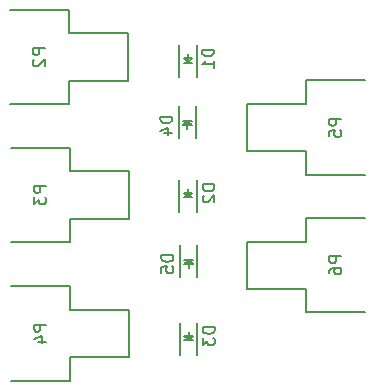
<source format=gbo>
G04 #@! TF.FileFunction,Legend,Bot*
%FSLAX46Y46*%
G04 Gerber Fmt 4.6, Leading zero omitted, Abs format (unit mm)*
G04 Created by KiCad (PCBNEW 4.0.1-stable) date 3/12/2016 12:27:59 PM*
%MOMM*%
G01*
G04 APERTURE LIST*
%ADD10C,0.100000*%
%ADD11C,0.150000*%
G04 APERTURE END LIST*
D10*
D11*
X105803000Y-96062600D02*
X105803000Y-93362600D01*
X107303000Y-96062600D02*
X107303000Y-93362600D01*
X106403000Y-94562600D02*
X106653000Y-94562600D01*
X106653000Y-94562600D02*
X106503000Y-94712600D01*
X106903000Y-94812600D02*
X106203000Y-94812600D01*
X106553000Y-94462600D02*
X106553000Y-94112600D01*
X106553000Y-94812600D02*
X106903000Y-94462600D01*
X106903000Y-94462600D02*
X106203000Y-94462600D01*
X106203000Y-94462600D02*
X106553000Y-94812600D01*
X105853800Y-107467200D02*
X105853800Y-104767200D01*
X107353800Y-107467200D02*
X107353800Y-104767200D01*
X106453800Y-105967200D02*
X106703800Y-105967200D01*
X106703800Y-105967200D02*
X106553800Y-106117200D01*
X106953800Y-106217200D02*
X106253800Y-106217200D01*
X106603800Y-105867200D02*
X106603800Y-105517200D01*
X106603800Y-106217200D02*
X106953800Y-105867200D01*
X106953800Y-105867200D02*
X106253800Y-105867200D01*
X106253800Y-105867200D02*
X106603800Y-106217200D01*
X105879200Y-119557600D02*
X105879200Y-116857600D01*
X107379200Y-119557600D02*
X107379200Y-116857600D01*
X106479200Y-118057600D02*
X106729200Y-118057600D01*
X106729200Y-118057600D02*
X106579200Y-118207600D01*
X106979200Y-118307600D02*
X106279200Y-118307600D01*
X106629200Y-117957600D02*
X106629200Y-117607600D01*
X106629200Y-118307600D02*
X106979200Y-117957600D01*
X106979200Y-117957600D02*
X106279200Y-117957600D01*
X106279200Y-117957600D02*
X106629200Y-118307600D01*
X107277600Y-98526800D02*
X107277600Y-101226800D01*
X105777600Y-98526800D02*
X105777600Y-101226800D01*
X106677600Y-100026800D02*
X106427600Y-100026800D01*
X106427600Y-100026800D02*
X106577600Y-99876800D01*
X106177600Y-99776800D02*
X106877600Y-99776800D01*
X106527600Y-100126800D02*
X106527600Y-100476800D01*
X106527600Y-99776800D02*
X106177600Y-100126800D01*
X106177600Y-100126800D02*
X106877600Y-100126800D01*
X106877600Y-100126800D02*
X106527600Y-99776800D01*
X107379200Y-110261600D02*
X107379200Y-112961600D01*
X105879200Y-110261600D02*
X105879200Y-112961600D01*
X106779200Y-111761600D02*
X106529200Y-111761600D01*
X106529200Y-111761600D02*
X106679200Y-111611600D01*
X106279200Y-111511600D02*
X106979200Y-111511600D01*
X106629200Y-111861600D02*
X106629200Y-112211600D01*
X106629200Y-111511600D02*
X106279200Y-111861600D01*
X106279200Y-111861600D02*
X106979200Y-111861600D01*
X106979200Y-111861600D02*
X106629200Y-111511600D01*
X96493000Y-98341000D02*
X91493000Y-98341000D01*
X96493000Y-96341000D02*
X96493000Y-98341000D01*
X101493000Y-96341000D02*
X96493000Y-96341000D01*
X101493000Y-92341000D02*
X101493000Y-96341000D01*
X96493000Y-92341000D02*
X101493000Y-92341000D01*
X96493000Y-91841000D02*
X96493000Y-92341000D01*
X96493000Y-90341000D02*
X96493000Y-91841000D01*
X91493000Y-90341000D02*
X96493000Y-90341000D01*
X96602800Y-110019600D02*
X91602800Y-110019600D01*
X96602800Y-108019600D02*
X96602800Y-110019600D01*
X101602800Y-108019600D02*
X96602800Y-108019600D01*
X101602800Y-104019600D02*
X101602800Y-108019600D01*
X96602800Y-104019600D02*
X101602800Y-104019600D01*
X96602800Y-103519600D02*
X96602800Y-104019600D01*
X96602800Y-102019600D02*
X96602800Y-103519600D01*
X91602800Y-102019600D02*
X96602800Y-102019600D01*
X96602800Y-121754400D02*
X91602800Y-121754400D01*
X96602800Y-119754400D02*
X96602800Y-121754400D01*
X101602800Y-119754400D02*
X96602800Y-119754400D01*
X101602800Y-115754400D02*
X101602800Y-119754400D01*
X96602800Y-115754400D02*
X101602800Y-115754400D01*
X96602800Y-115254400D02*
X96602800Y-115754400D01*
X96602800Y-113754400D02*
X96602800Y-115254400D01*
X91602800Y-113754400D02*
X96602800Y-113754400D01*
X116604800Y-96330000D02*
X121604800Y-96330000D01*
X116604800Y-98330000D02*
X116604800Y-96330000D01*
X111604800Y-98330000D02*
X116604800Y-98330000D01*
X111604800Y-102330000D02*
X111604800Y-98330000D01*
X116604800Y-102330000D02*
X111604800Y-102330000D01*
X116604800Y-102830000D02*
X116604800Y-102330000D01*
X116604800Y-104330000D02*
X116604800Y-102830000D01*
X121604800Y-104330000D02*
X116604800Y-104330000D01*
X116604800Y-107963200D02*
X121604800Y-107963200D01*
X116604800Y-109963200D02*
X116604800Y-107963200D01*
X111604800Y-109963200D02*
X116604800Y-109963200D01*
X111604800Y-113963200D02*
X111604800Y-109963200D01*
X116604800Y-113963200D02*
X111604800Y-113963200D01*
X116604800Y-114463200D02*
X116604800Y-113963200D01*
X116604800Y-115963200D02*
X116604800Y-114463200D01*
X121604800Y-115963200D02*
X116604800Y-115963200D01*
X108755381Y-93724505D02*
X107755381Y-93724505D01*
X107755381Y-93962600D01*
X107803000Y-94105458D01*
X107898238Y-94200696D01*
X107993476Y-94248315D01*
X108183952Y-94295934D01*
X108326810Y-94295934D01*
X108517286Y-94248315D01*
X108612524Y-94200696D01*
X108707762Y-94105458D01*
X108755381Y-93962600D01*
X108755381Y-93724505D01*
X108755381Y-95248315D02*
X108755381Y-94676886D01*
X108755381Y-94962600D02*
X107755381Y-94962600D01*
X107898238Y-94867362D01*
X107993476Y-94772124D01*
X108041095Y-94676886D01*
X108806181Y-105129105D02*
X107806181Y-105129105D01*
X107806181Y-105367200D01*
X107853800Y-105510058D01*
X107949038Y-105605296D01*
X108044276Y-105652915D01*
X108234752Y-105700534D01*
X108377610Y-105700534D01*
X108568086Y-105652915D01*
X108663324Y-105605296D01*
X108758562Y-105510058D01*
X108806181Y-105367200D01*
X108806181Y-105129105D01*
X107901419Y-106081486D02*
X107853800Y-106129105D01*
X107806181Y-106224343D01*
X107806181Y-106462439D01*
X107853800Y-106557677D01*
X107901419Y-106605296D01*
X107996657Y-106652915D01*
X108091895Y-106652915D01*
X108234752Y-106605296D01*
X108806181Y-106033867D01*
X108806181Y-106652915D01*
X108831581Y-117219505D02*
X107831581Y-117219505D01*
X107831581Y-117457600D01*
X107879200Y-117600458D01*
X107974438Y-117695696D01*
X108069676Y-117743315D01*
X108260152Y-117790934D01*
X108403010Y-117790934D01*
X108593486Y-117743315D01*
X108688724Y-117695696D01*
X108783962Y-117600458D01*
X108831581Y-117457600D01*
X108831581Y-117219505D01*
X107831581Y-118124267D02*
X107831581Y-118743315D01*
X108212533Y-118409981D01*
X108212533Y-118552839D01*
X108260152Y-118648077D01*
X108307771Y-118695696D01*
X108403010Y-118743315D01*
X108641105Y-118743315D01*
X108736343Y-118695696D01*
X108783962Y-118648077D01*
X108831581Y-118552839D01*
X108831581Y-118267124D01*
X108783962Y-118171886D01*
X108736343Y-118124267D01*
X105229981Y-99388705D02*
X104229981Y-99388705D01*
X104229981Y-99626800D01*
X104277600Y-99769658D01*
X104372838Y-99864896D01*
X104468076Y-99912515D01*
X104658552Y-99960134D01*
X104801410Y-99960134D01*
X104991886Y-99912515D01*
X105087124Y-99864896D01*
X105182362Y-99769658D01*
X105229981Y-99626800D01*
X105229981Y-99388705D01*
X104563314Y-100817277D02*
X105229981Y-100817277D01*
X104182362Y-100579181D02*
X104896648Y-100341086D01*
X104896648Y-100960134D01*
X105331581Y-111123505D02*
X104331581Y-111123505D01*
X104331581Y-111361600D01*
X104379200Y-111504458D01*
X104474438Y-111599696D01*
X104569676Y-111647315D01*
X104760152Y-111694934D01*
X104903010Y-111694934D01*
X105093486Y-111647315D01*
X105188724Y-111599696D01*
X105283962Y-111504458D01*
X105331581Y-111361600D01*
X105331581Y-111123505D01*
X104331581Y-112599696D02*
X104331581Y-112123505D01*
X104807771Y-112075886D01*
X104760152Y-112123505D01*
X104712533Y-112218743D01*
X104712533Y-112456839D01*
X104760152Y-112552077D01*
X104807771Y-112599696D01*
X104903010Y-112647315D01*
X105141105Y-112647315D01*
X105236343Y-112599696D01*
X105283962Y-112552077D01*
X105331581Y-112456839D01*
X105331581Y-112218743D01*
X105283962Y-112123505D01*
X105236343Y-112075886D01*
X94445381Y-93602905D02*
X93445381Y-93602905D01*
X93445381Y-93983858D01*
X93493000Y-94079096D01*
X93540619Y-94126715D01*
X93635857Y-94174334D01*
X93778714Y-94174334D01*
X93873952Y-94126715D01*
X93921571Y-94079096D01*
X93969190Y-93983858D01*
X93969190Y-93602905D01*
X93540619Y-94555286D02*
X93493000Y-94602905D01*
X93445381Y-94698143D01*
X93445381Y-94936239D01*
X93493000Y-95031477D01*
X93540619Y-95079096D01*
X93635857Y-95126715D01*
X93731095Y-95126715D01*
X93873952Y-95079096D01*
X94445381Y-94507667D01*
X94445381Y-95126715D01*
X94555181Y-105281505D02*
X93555181Y-105281505D01*
X93555181Y-105662458D01*
X93602800Y-105757696D01*
X93650419Y-105805315D01*
X93745657Y-105852934D01*
X93888514Y-105852934D01*
X93983752Y-105805315D01*
X94031371Y-105757696D01*
X94078990Y-105662458D01*
X94078990Y-105281505D01*
X93555181Y-106186267D02*
X93555181Y-106805315D01*
X93936133Y-106471981D01*
X93936133Y-106614839D01*
X93983752Y-106710077D01*
X94031371Y-106757696D01*
X94126610Y-106805315D01*
X94364705Y-106805315D01*
X94459943Y-106757696D01*
X94507562Y-106710077D01*
X94555181Y-106614839D01*
X94555181Y-106329124D01*
X94507562Y-106233886D01*
X94459943Y-106186267D01*
X94555181Y-117016305D02*
X93555181Y-117016305D01*
X93555181Y-117397258D01*
X93602800Y-117492496D01*
X93650419Y-117540115D01*
X93745657Y-117587734D01*
X93888514Y-117587734D01*
X93983752Y-117540115D01*
X94031371Y-117492496D01*
X94078990Y-117397258D01*
X94078990Y-117016305D01*
X93888514Y-118444877D02*
X94555181Y-118444877D01*
X93507562Y-118206781D02*
X94221848Y-117968686D01*
X94221848Y-118587734D01*
X119557181Y-99591905D02*
X118557181Y-99591905D01*
X118557181Y-99972858D01*
X118604800Y-100068096D01*
X118652419Y-100115715D01*
X118747657Y-100163334D01*
X118890514Y-100163334D01*
X118985752Y-100115715D01*
X119033371Y-100068096D01*
X119080990Y-99972858D01*
X119080990Y-99591905D01*
X118557181Y-101068096D02*
X118557181Y-100591905D01*
X119033371Y-100544286D01*
X118985752Y-100591905D01*
X118938133Y-100687143D01*
X118938133Y-100925239D01*
X118985752Y-101020477D01*
X119033371Y-101068096D01*
X119128610Y-101115715D01*
X119366705Y-101115715D01*
X119461943Y-101068096D01*
X119509562Y-101020477D01*
X119557181Y-100925239D01*
X119557181Y-100687143D01*
X119509562Y-100591905D01*
X119461943Y-100544286D01*
X119557181Y-111225105D02*
X118557181Y-111225105D01*
X118557181Y-111606058D01*
X118604800Y-111701296D01*
X118652419Y-111748915D01*
X118747657Y-111796534D01*
X118890514Y-111796534D01*
X118985752Y-111748915D01*
X119033371Y-111701296D01*
X119080990Y-111606058D01*
X119080990Y-111225105D01*
X118557181Y-112653677D02*
X118557181Y-112463200D01*
X118604800Y-112367962D01*
X118652419Y-112320343D01*
X118795276Y-112225105D01*
X118985752Y-112177486D01*
X119366705Y-112177486D01*
X119461943Y-112225105D01*
X119509562Y-112272724D01*
X119557181Y-112367962D01*
X119557181Y-112558439D01*
X119509562Y-112653677D01*
X119461943Y-112701296D01*
X119366705Y-112748915D01*
X119128610Y-112748915D01*
X119033371Y-112701296D01*
X118985752Y-112653677D01*
X118938133Y-112558439D01*
X118938133Y-112367962D01*
X118985752Y-112272724D01*
X119033371Y-112225105D01*
X119128610Y-112177486D01*
M02*

</source>
